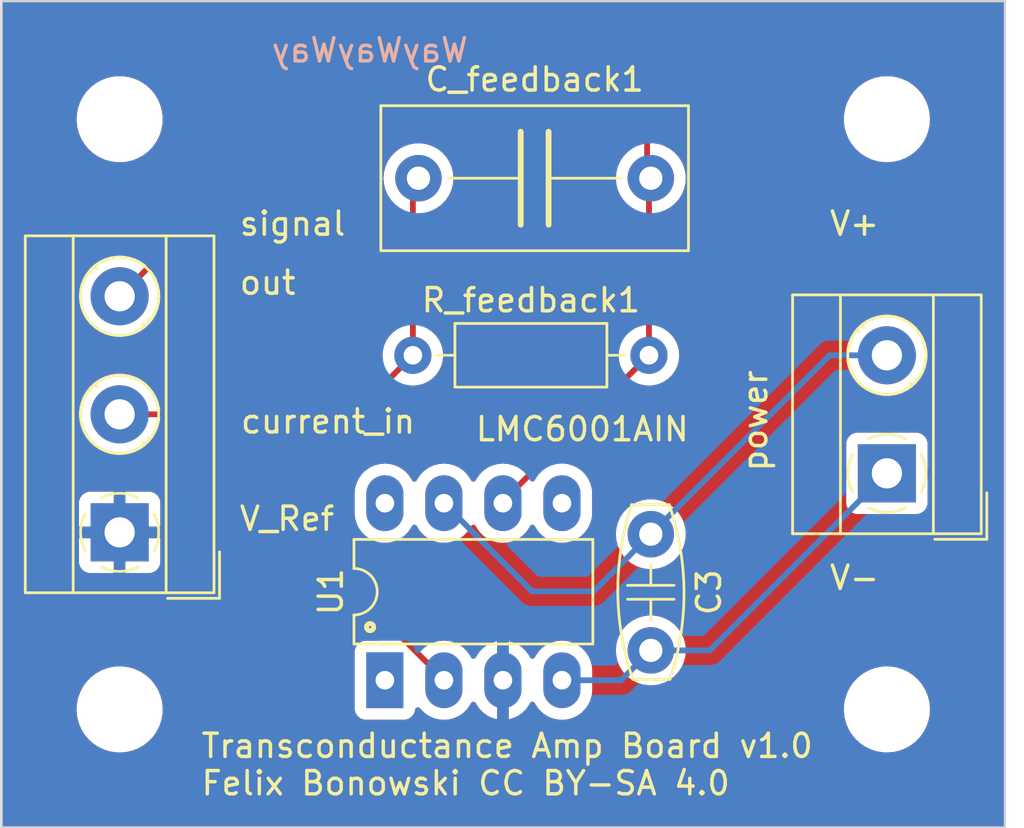
<source format=kicad_pcb>
(kicad_pcb (version 20221018) (generator pcbnew)
  (layers (0 "F.Cu" signal) (31 "B.Cu" signal) (34 "B.Paste" user) (35 "F.Paste" user) (36 "B.SilkS" user "B.Silkscreen") (37 "F.SilkS" user "F.Silkscreen") (38 "B.Mask" user) (39 "F.Mask" user) (44 "Edge.Cuts" user))
  (net 0 "")
  (net 1 "input_current")
  (net 2 "0")
  (net 3 "FIRST_STAGE_OUT")
  (net 4 "reference_voltage")
  (net 8 "v_supply_positive")
  (footprint "Capacitor_THT_AKL:C_Disc_D7.5mm_W2.5mm_P5.00mm" (layer "F.Cu") (at 28.1 22.78 -90)
    (fp_text reference "C3" (at 2.5 -2.5 -90) (layer "F.SilkS"))
    (fp_text value "100n" hide)
    (fp_line (start -1.27 0.8255) (end -1.269301 -0.804129) (stroke (width 0.12)) (layer "F.SilkS"))
    (fp_line (start 1.3 0) (end 2.2 0) (stroke (width 0.12)) (layer "F.SilkS"))
    (fp_line (start 2.2 0) (end 2.2 -1) (stroke (width 0.12)) (layer "F.SilkS"))
    (fp_line (start 2.2 0) (end 2.2 1) (stroke (width 0.12)) (layer "F.SilkS"))
    (fp_line (start 2.8 -1) (end 2.8 1) (stroke (width 0.12)) (layer "F.SilkS"))
    (fp_line (start 2.8 0) (end 3.7 0) (stroke (width 0.12)) (layer "F.SilkS"))
    (fp_line (start 6.2484 0.762) (end 6.2484 -0.8128) (stroke (width 0.12)) (layer "F.SilkS"))
    (fp_arc (start -1.265365 -0.79267) (mid 2.488814 -1.427831) (end 6.2484 -0.8255) (stroke (width 0.12)) (layer "F.SilkS"))
    (fp_arc (start 6.252064 0.772554) (mid 2.4954 1.419637) (end -1.27 0.8255) (stroke (width 0.12)) (layer "F.SilkS"))
    (pad "1" thru_hole circle (at 0 0 270) (size 2 2) (drill 1) (layers "*.Cu" "*.Mask") (net 8 "v_supply_positive"))
    (pad "2" thru_hole circle (at 5 0 270) (size 2 2) (drill 1) (layers "*.Cu" "*.Mask") (net 2 "0"))
  )
  (footprint "MountingHole:MountingHole_3.2mm_M3_DIN965" (layer "F.Cu") (at 38.26 4.92)
    (fp_text reference "H4" hide)
    (fp_text value "MountingHole")
    (pad "" np_thru_hole circle (at 0 0) (size 3.2 3.2) (drill 3.2) (layers "*.Cu" "*.Mask"))
  )
  (footprint "Package_DIP_AKL:DIP-8_W7.62mm_LongPads" (layer "F.Cu") (at 16.655 29.065 90)
    (fp_text reference "U1" (at 3.81 -2.33 90) (layer "F.SilkS"))
    (fp_text value "LMC6001AIN" hide)
    (fp_line (start 1.56 -1.33) (end 1.56 8.95) (stroke (width 0.12)) (layer "F.SilkS"))
    (fp_line (start 1.56 8.95) (end 6.06 8.95) (stroke (width 0.12)) (layer "F.SilkS"))
    (fp_line (start 2.81 -1.33) (end 1.56 -1.33) (stroke (width 0.12)) (layer "F.SilkS"))
    (fp_line (start 6.06 -1.33) (end 4.81 -1.33) (stroke (width 0.12)) (layer "F.SilkS"))
    (fp_line (start 6.06 8.95) (end 6.06 -1.33) (stroke (width 0.12)) (layer "F.SilkS"))
    (fp_arc (start 4.81 -1.33) (mid 3.81 -0.33) (end 2.81 -1.33) (stroke (width 0.12)) (layer "F.SilkS"))
    (fp_circle (center 2.286 -0.635) (end 2.336 -0.635) (stroke (width 0.12)) (fill none) (layer "F.SilkS"))
    (fp_circle (center 2.286 -0.635) (end 2.411 -0.635) (stroke (width 0.12)) (fill none) (layer "F.SilkS"))
    (fp_circle (center 2.286 -0.635) (end 2.486 -0.635) (stroke (width 0.12)) (fill none) (layer "F.SilkS"))
    (pad "1" thru_hole rect (at 0 0 90) (size 2.4 1.6) (drill 0.8) (layers "*.Cu" "*.Mask"))
    (pad "2" thru_hole oval (at 0 2.54 90) (size 2.4 1.6) (drill 0.8) (layers "*.Cu" "*.Mask") (net 1 "input_current"))
    (pad "3" thru_hole oval (at 0 5.08 90) (size 2.4 1.6) (drill 0.8) (layers "*.Cu" "*.Mask") (net 4 "reference_voltage"))
    (pad "4" thru_hole oval (at 0 7.62 90) (size 2.4 1.6) (drill 0.8) (layers "*.Cu" "*.Mask") (net 2 "0"))
    (pad "5" thru_hole oval (at 7.62 7.62 90) (size 2.4 1.6) (drill 0.8) (layers "*.Cu" "*.Mask"))
    (pad "6" thru_hole oval (at 7.62 5.08 90) (size 2.4 1.6) (drill 0.8) (layers "*.Cu" "*.Mask") (net 3 "FIRST_STAGE_OUT"))
    (pad "7" thru_hole oval (at 7.62 2.54 90) (size 2.4 1.6) (drill 0.8) (layers "*.Cu" "*.Mask") (net 8 "v_supply_positive"))
    (pad "8" thru_hole oval (at 7.62 0 90) (size 2.4 1.6) (drill 0.8) (layers "*.Cu" "*.Mask"))
  )
  (footprint "TerminalBlock_MetzConnect:TerminalBlock_MetzConnect_Type101_RT01603HBWC_1x03_P5.08mm_Horizontal" (layer "F.Cu") (at 5.24 22.7 90)
    (fp_text reference "J1" hide)
    (fp_text value "Signal")
    (fp_line (start -2.84 2.06) (end -2.84 4.3) (stroke (width 0.12)) (layer "F.SilkS"))
    (fp_line (start -2.84 4.3) (end -0.84 4.3) (stroke (width 0.12)) (layer "F.SilkS"))
    (fp_line (start -2.6 -4.06) (end -2.6 4.06) (stroke (width 0.12)) (layer "F.SilkS"))
    (fp_line (start -2.6 -4.06) (end 12.76 -4.06) (stroke (width 0.12)) (layer "F.SilkS"))
    (fp_line (start -2.6 -2) (end 12.76 -2) (stroke (width 0.12)) (layer "F.SilkS"))
    (fp_line (start -2.6 2) (end 12.76 2) (stroke (width 0.12)) (layer "F.SilkS"))
    (fp_line (start -2.6 4.06) (end 12.76 4.06) (stroke (width 0.12)) (layer "F.SilkS"))
    (fp_line (start 3.9 0.976) (end 3.806 1.069) (stroke (width 0.12)) (layer "F.SilkS"))
    (fp_line (start 4.07 1.216) (end 4.011 1.274) (stroke (width 0.12)) (layer "F.SilkS"))
    (fp_line (start 6.15 -1.275) (end 6.091 -1.216) (stroke (width 0.12)) (layer "F.SilkS"))
    (fp_line (start 6.355 -1.069) (end 6.261 -0.976) (stroke (width 0.12)) (layer "F.SilkS"))
    (fp_line (start 8.98 0.976) (end 8.886 1.069) (stroke (width 0.12)) (layer "F.SilkS"))
    (fp_line (start 9.15 1.216) (end 9.091 1.274) (stroke (width 0.12)) (layer "F.SilkS"))
    (fp_line (start 11.23 -1.275) (end 11.171 -1.216) (stroke (width 0.12)) (layer "F.SilkS"))
    (fp_line (start 11.435 -1.069) (end 11.341 -0.976) (stroke (width 0.12)) (layer "F.SilkS"))
    (fp_line (start 12.76 -4.06) (end 12.76 4.06) (stroke (width 0.12)) (layer "F.SilkS"))
    (fp_arc (start -1.483953 0.789089) (mid -1.680708 0.00005) (end -1.484 -0.789) (stroke (width 0.12)) (layer "F.SilkS"))
    (fp_arc (start -0.789089 -1.483953) (mid -0.00005 -1.680708) (end 0.789 -1.484) (stroke (width 0.12)) (layer "F.SilkS"))
    (fp_arc (start 0.029383 1.68045) (mid -0.392304 1.634281) (end -0.789 1.484) (stroke (width 0.12)) (layer "F.SilkS"))
    (fp_arc (start 0.788712 1.483352) (mid 0.406429 1.630097) (end 0 1.68) (stroke (width 0.12)) (layer "F.SilkS"))
    (fp_arc (start 1.483953 -0.789089) (mid 1.680708 -0.00005) (end 1.484 0.789) (stroke (width 0.12)) (layer "F.SilkS"))
    (fp_circle (center 5.08 0) (end 6.76 0) (stroke (width 0.12)) (fill none) (layer "F.SilkS"))
    (fp_circle (center 10.16 0) (end 11.84 0) (stroke (width 0.12)) (fill none) (layer "F.SilkS"))
    (pad "1" thru_hole rect (at 0 0 90) (size 2.5 2.5) (drill 1.3) (layers "*.Cu" "*.Mask") (net 4 "reference_voltage"))
    (pad "2" thru_hole circle (at 5.08 0 90) (size 2.5 2.5) (drill 1.3) (layers "*.Cu" "*.Mask") (net 1 "input_current"))
    (pad "3" thru_hole circle (at 10.16 0 90) (size 2.5 2.5) (drill 1.3) (layers "*.Cu" "*.Mask") (net 3 "FIRST_STAGE_OUT"))
  )
  (footprint "Resistor_THT:R_Axial_DIN0207_L6.3mm_D2.5mm_P10.16mm_Horizontal" (layer "F.Cu") (at 17.86 15.08)
    (fp_text reference "R_feedback1" (at 5.08 -2.37) (layer "F.SilkS"))
    (fp_text value "10M")
    (fp_line (start 1.04 0) (end 1.81 0) (stroke (width 0.12)) (layer "F.SilkS"))
    (fp_line (start 1.81 -1.37) (end 1.81 1.37) (stroke (width 0.12)) (layer "F.SilkS"))
    (fp_line (start 1.81 1.37) (end 8.35 1.37) (stroke (width 0.12)) (layer "F.SilkS"))
    (fp_line (start 8.35 -1.37) (end 1.81 -1.37) (stroke (width 0.12)) (layer "F.SilkS"))
    (fp_line (start 8.35 1.37) (end 8.35 -1.37) (stroke (width 0.12)) (layer "F.SilkS"))
    (fp_line (start 9.12 0) (end 8.35 0) (stroke (width 0.12)) (layer "F.SilkS"))
    (pad "1" thru_hole circle (at 0 0) (size 1.6 1.6) (drill 0.8) (layers "*.Cu" "*.Mask") (net 1 "input_current"))
    (pad "2" thru_hole oval (at 10.16 0) (size 1.6 1.6) (drill 0.8) (layers "*.Cu" "*.Mask") (net 3 "FIRST_STAGE_OUT"))
  )
  (footprint "MountingHole:MountingHole_3.2mm_M3_DIN965" (layer "F.Cu") (at 5.24 4.92)
    (fp_text reference "H1" hide)
    (fp_text value "MountingHole")
    (pad "" np_thru_hole circle (at 0 0) (size 3.2 3.2) (drill 3.2) (layers "*.Cu" "*.Mask"))
  )
  (footprint "Capacitor_THT_AKL:C_Rect_L13.0mm_W6.0mm_P10.00mm_FKS3_FKP3_MKS4" (layer "F.Cu") (at 18.1 7.46)
    (fp_text reference "C_feedback1" (at 5 -4.25) (layer "F.SilkS"))
    (fp_text value "0.1nF" hide)
    (fp_line (start -1.62 -3.12) (end -1.62 3.12) (stroke (width 0.12)) (layer "F.SilkS"))
    (fp_line (start -1.62 -3.12) (end 11.62 -3.12) (stroke (width 0.12)) (layer "F.SilkS"))
    (fp_line (start -1.62 3.12) (end 11.62 3.12) (stroke (width 0.12)) (layer "F.SilkS"))
    (fp_line (start 1.3 0) (end 4.4 0) (stroke (width 0.12)) (layer "F.SilkS"))
    (fp_line (start 4.4 2) (end 4.4 -2) (stroke (width 0.25)) (layer "F.SilkS"))
    (fp_line (start 5.6 2) (end 5.6 -2) (stroke (width 0.25)) (layer "F.SilkS"))
    (fp_line (start 8.7 0) (end 5.6 0) (stroke (width 0.12)) (layer "F.SilkS"))
    (fp_line (start 11.62 -3.12) (end 11.62 3.12) (stroke (width 0.12)) (layer "F.SilkS"))
    (pad "1" thru_hole circle (at 0 0) (size 2 2) (drill 1) (layers "*.Cu" "*.Mask") (net 1 "input_current"))
    (pad "2" thru_hole circle (at 10 0) (size 2 2) (drill 1) (layers "*.Cu" "*.Mask") (net 3 "FIRST_STAGE_OUT"))
  )
  (footprint "MountingHole:MountingHole_3.2mm_M3_DIN965" (layer "F.Cu") (at 5.24 30.32)
    (fp_text reference "H2" hide)
    (fp_text value "MountingHole")
    (pad "" np_thru_hole circle (at 0 0) (size 3.2 3.2) (drill 3.2) (layers "*.Cu" "*.Mask"))
  )
  (footprint "TerminalBlock_MetzConnect:TerminalBlock_MetzConnect_Type101_RT01602HBWC_1x02_P5.08mm_Horizontal" (layer "F.Cu") (at 38.26 20.16 90)
    (fp_text reference "J2" hide)
    (fp_text value "Screw_Terminal_01x02")
    (fp_line (start -2.84 2.06) (end -2.84 4.3) (stroke (width 0.12)) (layer "F.SilkS"))
    (fp_line (start -2.84 4.3) (end -0.84 4.3) (stroke (width 0.12)) (layer "F.SilkS"))
    (fp_line (start -2.6 -4.06) (end -2.6 4.06) (stroke (width 0.12)) (layer "F.SilkS"))
    (fp_line (start -2.6 -4.06) (end 7.68 -4.06) (stroke (width 0.12)) (layer "F.SilkS"))
    (fp_line (start -2.6 -2) (end 7.68 -2) (stroke (width 0.12)) (layer "F.SilkS"))
    (fp_line (start -2.6 2) (end 7.68 2) (stroke (width 0.12)) (layer "F.SilkS"))
    (fp_line (start -2.6 4.06) (end 7.68 4.06) (stroke (width 0.12)) (layer "F.SilkS"))
    (fp_line (start 3.9 0.976) (end 3.806 1.069) (stroke (width 0.12)) (layer "F.SilkS"))
    (fp_line (start 4.07 1.216) (end 4.011 1.274) (stroke (width 0.12)) (layer "F.SilkS"))
    (fp_line (start 6.15 -1.275) (end 6.091 -1.216) (stroke (width 0.12)) (layer "F.SilkS"))
    (fp_line (start 6.355 -1.069) (end 6.261 -0.976) (stroke (width 0.12)) (layer "F.SilkS"))
    (fp_line (start 7.68 -4.06) (end 7.68 4.06) (stroke (width 0.12)) (layer "F.SilkS"))
    (fp_arc (start -1.483953 0.789089) (mid -1.680708 0.00005) (end -1.484 -0.789) (stroke (width 0.12)) (layer "F.SilkS"))
    (fp_arc (start -0.789089 -1.483953) (mid -0.00005 -1.680708) (end 0.789 -1.484) (stroke (width 0.12)) (layer "F.SilkS"))
    (fp_arc (start 0.029383 1.68045) (mid -0.392304 1.634281) (end -0.789 1.484) (stroke (width 0.12)) (layer "F.SilkS"))
    (fp_arc (start 0.788712 1.483352) (mid 0.406429 1.630097) (end 0 1.68) (stroke (width 0.12)) (layer "F.SilkS"))
    (fp_arc (start 1.483953 -0.789089) (mid 1.680708 -0.00005) (end 1.484 0.789) (stroke (width 0.12)) (layer "F.SilkS"))
    (fp_circle (center 5.08 0) (end 6.76 0) (stroke (width 0.12)) (fill none) (layer "F.SilkS"))
    (pad "1" thru_hole rect (at 0 0 90) (size 2.5 2.5) (drill 1.3) (layers "*.Cu" "*.Mask") (net 2 "0"))
    (pad "2" thru_hole circle (at 5.08 0 90) (size 2.5 2.5) (drill 1.3) (layers "*.Cu" "*.Mask") (net 8 "v_supply_positive"))
  )
  (footprint "MountingHole:MountingHole_3.2mm_M3_DIN965" (layer "F.Cu") (at 38.26 30.32)
    (fp_text reference "H3" hide)
    (fp_text value "MountingHole")
    (pad "" np_thru_hole circle (at 0 0) (size 3.2 3.2) (drill 3.2) (layers "*.Cu" "*.Mask"))
  )
  (gr_rect (start 0.16 -0.16) (end 43.34 35.4) (stroke (width 0.1)) (fill none) (layer "Edge.Cuts"))
  (gr_text "WayWayWay" (at 20.32 2.54) (layer "B.SilkS") (effects (font (size 1 1)) (justify left bottom mirror)))
  (gr_text "Transconductance Amp Board v1.0\nFelix Bonowski CC BY-SA 4.0" (at 8.676804 34.082932) (layer "F.SilkS") (effects (font (size 1 1)) (justify left bottom)))
  (gr_text "current_in" (at 10.371481 18.510307) (layer "F.SilkS") (effects (font (size 1 1)) (justify left bottom)))
  (gr_text "power" (at 33.18 20.16 90) (layer "F.SilkS") (effects (font (size 1 1)) (justify left bottom)))
  (gr_text "LMC6001AIN" (at 20.48 18.845499) (layer "F.SilkS") (effects (font (size 1 1)) (justify left bottom)))
  (gr_text "V_Ref" (at 10.32 22.7) (layer "F.SilkS") (effects (font (size 1 1)) (justify left bottom)))
  (gr_text "signal" (at 10.32 10) (layer "F.SilkS") (effects (font (size 1 1)) (justify left bottom)))
  (gr_text "V+" (at 35.72 10) (layer "F.SilkS") (effects (font (size 1 1)) (justify left bottom)))
  (gr_text "V-" (at 35.72 25.24) (layer "F.SilkS") (effects (font (size 1 1)) (justify left bottom)))
  (gr_text "out" (at 10.32 12.54) (layer "F.SilkS") (effects (font (size 1 1)) (justify left bottom)))
  (segment (start 12.86 20.08) (end 12.86 22.7) (width 0.25) (layer "F.Cu") (net 1))
  (segment (start 5.24 17.62) (end 10.4 17.62) (width 0.25) (layer "F.Cu") (net 1))
  (segment (start 17.86 15.08) (end 12.86 20.08) (width 0.25) (layer "F.Cu") (net 1))
  (segment (start 12.86 22.7) (end 19.195 29.035) (width 0.25) (layer "F.Cu") (net 1))
  (segment (start 17.86 15.08) (end 17.86 7.54) (width 0.25) (layer "F.Cu") (net 1))
  (segment (start 10.4 17.62) (end 12.86 20.08) (width 0.25) (layer "F.Cu") (net 1))
  (segment (start 17.86 7.54) (end 17.94 7.46) (width 0.25) (layer "F.Cu") (net 1))
  (segment (start 19.195 29.035) (end 19.195 29.065) (width 0.25) (layer "F.Cu") (net 1))
  (segment (start 26.815 29.065) (end 24.275 29.065) (width 0.25) (layer "B.Cu") (net 2))
  (segment (start 30.64 27.78) (end 38.26 20.16) (width 0.25) (layer "B.Cu") (net 2))
  (segment (start 28.1 27.78) (end 26.815 29.065) (width 0.25) (layer "B.Cu") (net 2))
  (segment (start 28.1 27.78) (end 30.64 27.78) (width 0.25) (layer "B.Cu") (net 2))
  (segment (start 28.02 15.08) (end 21.735 21.365) (width 0.25) (layer "F.Cu") (net 3))
  (segment (start 21.735 21.365) (end 21.735 21.445) (width 0.25) (layer "F.Cu") (net 3))
  (segment (start 27.94 7.46) (end 27.94 2.54) (width 0.25) (layer "F.Cu") (net 3))
  (segment (start 28.02 7.54) (end 27.94 7.46) (width 0.25) (layer "F.Cu") (net 3))
  (segment (start 28.02 15.08) (end 28.02 7.54) (width 0.25) (layer "F.Cu") (net 3))
  (segment (start 15.24 2.54) (end 5.24 12.54) (width 0.25) (layer "F.Cu") (net 3))
  (segment (start 27.94 2.54) (end 15.24 2.54) (width 0.25) (layer "F.Cu") (net 3))
  (segment (start 12.83 22.7) (end 15.37 25.24) (width 0.25) (layer "B.Cu") (net 4))
  (segment (start 5.24 22.7) (end 12.83 22.7) (width 0.25) (layer "B.Cu") (net 4))
  (segment (start 15.37 25.24) (end 15.4 25.24) (width 0.25) (layer "B.Cu") (net 4))
  (segment (start 25.64 25.24) (end 22.99 25.24) (width 0.25) (layer "B.Cu") (net 8))
  (segment (start 35.8 15.08) (end 28.1 22.78) (width 0.25) (layer "B.Cu") (net 8))
  (segment (start 28.1 22.78) (end 25.64 25.24) (width 0.25) (layer "B.Cu") (net 8))
  (segment (start 38.26 15.08) (end 35.8 15.08) (width 0.25) (layer "B.Cu") (net 8))
  (segment (start 22.99 25.24) (end 19.195 21.445) (width 0.25) (layer "B.Cu") (net 8))
  (zone (net 4) (net_name "reference_voltage") (layer "F.Cu") (priority 1) (connect_pads (clearance 0.5)) (min_thickness 0.25) (fill yes (thermal_gap 0.5) (thermal_bridge_width 0.5))
    (polygon (pts (xy 0.16 -0.16) (xy 43.34 -0.16) (xy 43.34 35.4) (xy 0.16 35.4)))
  )
  (zone (net 4) (net_name "reference_voltage") (layer "B.Cu") (connect_pads (clearance 0.5)) (min_thickness 0.25) (fill yes (thermal_gap 0.5) (thermal_bridge_width 0.5))
    (polygon (pts (xy 43.34 -0.16) (xy 0.16 -0.16) (xy 0.16 35.4) (xy 43.34 35.4)))
  )
)
</source>
